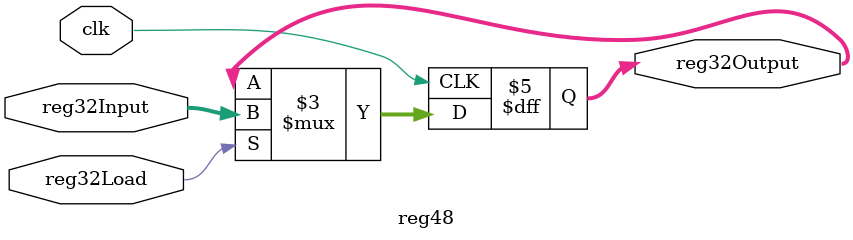
<source format=sv>
`timescale 1ns / 1ps


module reg48(
    input logic clk, reg32Load,
    input logic [31:0] reg32Input,
    output logic [31:0] reg32Output
    );
    
    
    always_ff @(posedge clk)
    begin
        if (reg32Load == 1'b1)      
            reg32Output <= reg32Input;
    end    
endmodule


</source>
